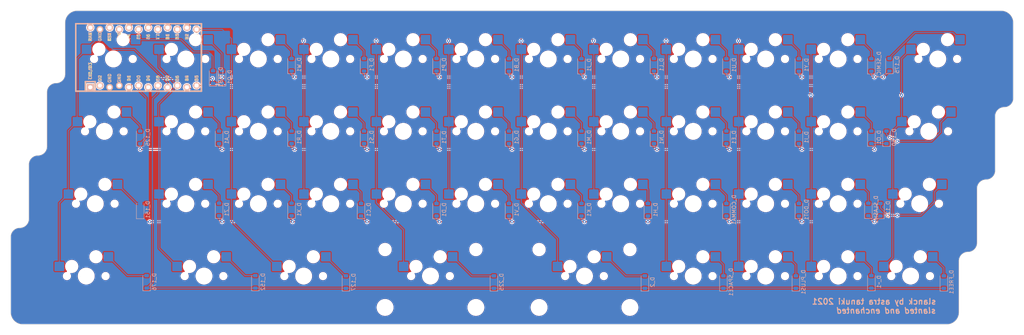
<source format=kicad_pcb>
(kicad_pcb (version 20221018) (generator pcbnew)
  (layers (0 "F.Cu" signal) (31 "B.Cu" signal) (34 "B.Paste" user) (35 "F.Paste" user) (36 "B.SilkS" user "B.Silkscreen") (37 "F.SilkS" user "F.Silkscreen") (38 "B.Mask" user) (39 "F.Mask" user) (44 "Edge.Cuts" user))
  (net 0 "")
  (net 1 "GND")
  (net 2 "Net-(D_2-A)")
  (net 3 "Net-(D_125-A)")
  (net 4 "Net-(D_126-A)")
  (net 5 "Net-(D_127-A)")
  (net 6 "Net-(D_150-A)")
  (net 7 "row3")
  (net 8 "row1")
  (net 9 "row2")
  (net 10 "row0")
  (net 11 "Net-(D_151-A)")
  (net 12 "col6")
  (net 13 "col0")
  (net 14 "col11")
  (net 15 "col2")
  (net 16 "col1")
  (net 17 "col4")
  (net 18 "col5")
  (net 19 "col3")
  (net 20 "col8")
  (net 21 "col9")
  (net 22 "col7")
  (net 23 "col10")
  (net 24 "Net-(D_152-A)")
  (net 25 "Net-(D_175-A)")
  (net 26 "Net-(D_176-A)")
  (net 27 "Net-(D_225-A)")
  (net 28 "Net-(D_A1-A)")
  (net 29 "Net-(D_B1-A)")
  (net 30 "Net-(D_C1-A)")
  (net 31 "Net-(D_COMMA1-A)")
  (net 32 "Net-(D_D1-A)")
  (net 33 "Net-(D_DOT1-A)")
  (net 34 "Net-(D_E1-A)")
  (net 35 "Net-(D_F1-A)")
  (net 36 "Net-(D_FREE1-A)")
  (net 37 "Net-(D_G1-A)")
  (net 38 "Net-(D_H1-A)")
  (net 39 "Net-(D_I1-A)")
  (net 40 "Net-(D_J1-A)")
  (net 41 "Net-(D_K1-A)")
  (net 42 "Net-(D_L1-A)")
  (net 43 "Net-(D_M1-A)")
  (net 44 "Net-(D_N1-A)")
  (net 45 "Net-(D_O1-A)")
  (net 46 "Net-(D_P1-A)")
  (net 47 "Net-(D_PLUS1-A)")
  (net 48 "Net-(D_Q1-A)")
  (net 49 "Net-(D_R1-A)")
  (net 50 "Net-(D_S1-A)")
  (net 51 "Net-(D_SEMIC1-A)")
  (net 52 "Net-(D_SLASH1-A)")
  (net 53 "Net-(D_SPACE1-A)")
  (net 54 "Net-(D_T1-A)")
  (net 55 "Net-(D_TAB1-A)")
  (net 56 "Net-(D_U1-A)")
  (net 57 "Net-(D_V1-A)")
  (net 58 "Net-(D_W1-A)")
  (net 59 "Net-(D_X1-A)")
  (net 60 "Net-(D_Y1-A)")
  (net 61 "Net-(D_Z1-A)")
  (net 62 "Net-(D_~1-A)")
  (footprint "MX_Hotswap:MX-Hotswap-2U" (layer "F.Cu") (at 177.6378 95.4074)
    (fp_text reference "K_2")
    (fp_text value "KEYSW")
  )
  (footprint "MX_Hotswap:MX-Hotswap-1.25U" (layer "F.Cu") (at 51.43155 57.3074)
    (fp_text reference "K_125")
    (fp_text value "KEYSW")
  )
  (footprint "MX_Hotswap:MX-Hotswap-1.25U" (layer "F.Cu") (at 265.74405 76.3574)
    (fp_text reference "K_126")
    (fp_text value "KEYSW")
  )
  (footprint "MX_Hotswap:MX-Hotswap-1.25U" (layer "F.Cu") (at 103.81905 95.4074)
    (fp_text reference "K_127")
    (fp_text value "KEYSW")
  )
  (footprint "MX_Hotswap:MX-Hotswap-1.5U" (layer "F.Cu") (at 268.1253 57.3074)
    (fp_text reference "K_150")
    (fp_text value "KEYSW")
  )
  (footprint "MX_Hotswap:MX-Hotswap-1.5U" (layer "F.Cu") (at 49.0503 76.3574)
    (fp_text reference "K_151")
    (fp_text value "KEYSW")
  )
  (footprint "MX_Hotswap:MX-Hotswap-1.5U" (layer "F.Cu") (at 77.6253 95.4074)
    (fp_text reference "K_152")
    (fp_text value "KEYSW")
  )
  (footprint "MX_Hotswap:MX-Hotswap-1.75U" (layer "F.Cu") (at 270.50655 38.2574)
    (fp_text reference "K_175")
    (fp_text value "KEYSW")
  )
  (footprint "MX_Hotswap:MX-Hotswap-1.75U" (layer "F.Cu") (at 46.66905 95.4074)
    (fp_text reference "K_176")
    (fp_text value "KEYSW")
  )
  (footprint "MX_Hotswap:MX-Hotswap-2.25U" (layer "F.Cu") (at 137.15655 95.4074)
    (fp_text reference "K_225")
    (fp_text value "KEYSW")
  )
  (footprint "MX_Hotswap:MX-Hotswap-1U" (layer "F.Cu") (at 72.8628 57.3074)
    (fp_text reference "K_A1")
    (fp_text value "KEYSW")
  )
  (footprint "MX_Hotswap:MX-Hotswap-1U" (layer "F.Cu") (at 149.0628 38.2574)
    (fp_text reference "K_B1")
    (fp_text value "KEYSW")
  )
  (footprint "MX_Hotswap:MX-Hotswap-1U" (layer "F.Cu") (at 110.9628 76.3574)
    (fp_text reference "K_C1")
    (fp_text value "KEYSW")
  )
  (footprint "MX_Hotswap:MX-Hotswap-1U" (layer "F.Cu") (at 206.2128 76.3574)
    (fp_text reference "K_COMMA1")
    (fp_text value "KEYSW")
  )
  (footprint "MX_Hotswap:MX-Hotswap-1U" (layer "F.Cu") (at 130.0128 76.3574)
    (fp_text reference "K_D1")
    (fp_text value "KEYSW")
  )
  (footprint "MX_Hotswap:MX-Hotswap-1U" (layer "F.Cu") (at 225.2628 76.3574)
    (fp_text reference "K_DOT1")
    (fp_text value "KEYSW")
  )
  (footprint "MX_Hotswap:MX-Hotswap-1U" (layer "F.Cu") (at 206.2128 57.3074)
    (fp_text reference "K_E1")
    (fp_text value "KEYSW")
  )
  (footprint "MX_Hotswap:MX-Hotswap-1U" (layer "F.Cu") (at 110.9628 38.2574)
    (fp_text reference "K_F1")
    (fp_text value "KEYSW")
  )
  (footprint "MX_Hotswap:MX-Hotswap-1U" (layer "F.Cu") (at 263.3628 95.4074)
    (fp_text reference "K_FREE1")
    (fp_text value "KEYSW")
  )
  (footprint "MX_Hotswap:MX-Hotswap-1U" (layer "F.Cu") (at 149.0628 57.3074)
    (fp_text reference "K_G1")
    (fp_text value "KEYSW")
  )
  (footprint "MX_Hotswap:MX-Hotswap-1U" (layer "F.Cu") (at 187.1628 76.3574)
    (fp_text reference "K_H1")
    (fp_text value "KEYSW")
  )
  (footprint "MX_Hotswap:MX-Hotswap-1U" (layer "F.Cu") (at 225.2628 57.3074)
    (fp_text reference "K_I1")
    (fp_text value "KEYSW")
  )
  (footprint "MX_Hotswap:MX-Hotswap-1U" (layer "F.Cu") (at 168.1128 38.2574)
    (fp_text reference "K_J1")
    (fp_text value "KEYSW")
  )
  (footprint "MX_Hotswap:MX-Hotswap-1U" (layer "F.Cu") (at 168.1128 76.3574)
    (fp_text reference "K_K1")
    (fp_text value "KEYSW")
  )
  (footprint "MX_Hotswap:MX-Hotswap-1U" (layer "F.Cu") (at 187.1628 38.2574)
    (fp_text reference "K_L1")
    (fp_text value "KEYSW")
  )
  (footprint "MX_Hotswap:MX-Hotswap-1U" (layer "F.Cu") (at 168.1128 57.3074)
    (fp_text reference "K_M1")
    (fp_text value "KEYSW")
  )
  (footprint "MX_Hotswap:MX-Hotswap-1U" (layer "F.Cu") (at 187.1628 57.3074)
    (fp_text reference "K_N1")
    (fp_text value "KEYSW")
  )
  (footprint "MX_Hotswap:MX-Hotswap-1U" (layer "F.Cu") (at 244.3128 57.3074)
    (fp_text reference "K_O1")
    (fp_text value "KEYSW")
  )
  (footprint "MX_Hotswap:MX-Hotswap-1U" (layer "F.Cu") (at 130.0128 38.2574)
    (fp_text reference "K_P1")
    (fp_text value "KEYSW")
  )
  (footprint "MX_Hotswap:MX-Hotswap-1U" (layer "F.Cu") (at 225.2628 95.4074)
    (fp_text reference "K_PLUS1")
    (fp_text value "KEYSW")
  )
  (footprint "MX_Hotswap:MX-Hotswap-1U" (layer "F.Cu") (at 72.8628 38.2574)
    (fp_text reference "K_Q1")
    (fp_text value "KEYSW")
  )
  (footprint "MX_Hotswap:MX-Hotswap-1U" (layer "F.Cu") (at 91.9128 57.3074)
    (fp_text reference "K_R1")
    (fp_text value "KEYSW")
  )
  (footprint "MX_Hotswap:MX-Hotswap-1U" (layer "F.Cu") (at 110.9628 57.3074)
    (fp_text reference "K_S1")
    (fp_text value "KEYSW")
  )
  (footprint "MX_Hotswap:MX-Hotswap-1U" (layer "F.Cu") (at 244.3128 38.2574)
    (fp_text reference "K_SEMIC1")
    (fp_text value "KEYSW")
  )
  (footprint "MX_Hotswap:MX-Hotswap-1U" (layer "F.Cu") (at 244.3128 76.3574)
    (fp_text reference "K_SLASH1")
    (fp_text value "KEYSW")
  )
  (footprint "MX_Hotswap:MX-Hotswap-1U" (layer "F.Cu") (at 206.2128 95.4074)
    (fp_text reference "K_SPACE1")
    (fp_text value "KEYSW")
  )
  (footprint "MX_Hotswap:MX-Hotswap-1U" (layer "F.Cu") (at 130.0128 57.3074)
    (fp_text reference "K_T1")
    (fp_text value "KEYSW")
  )
  (footprint "MX_Hotswap:MX-Hotswap-1U" (layer "F.Cu") (at 53.8128 38.2574)
    (fp_text reference "K_TAB1")
    (fp_text value "KEYSW")
  )
  (footprint "MX_Hotswap:MX-Hotswap-1U" (layer "F.Cu") (at 206.2128 38.2574)
    (fp_text reference "K_U1")
    (fp_text value "KEYSW")
  )
  (footprint "MX_Hotswap:MX-Hotswap-1U" (layer "F.Cu") (at 149.0628 76.3574)
    (fp_text reference "K_V1")
    (fp_text value "KEYSW")
  )
  (footprint "MX_Hotswap:MX-Hotswap-1U" (layer "F.Cu") (at 91.9128 38.2574)
    (fp_text reference "K_W1")
    (fp_text value "KEYSW")
  )
  (footprint "MX_Hotswap:MX-Hotswap-1U" (layer "F.Cu") (at 91.9128 76.3574)
    (fp_text reference "K_X1")
    (fp_text value "KEYSW")
  )
  (footprint "MX_Hotswap:MX-Hotswap-1U" (layer "F.Cu") (at 225.2628 38.2574)
    (fp_text reference "K_Y1")
    (fp_text value "KEYSW")
  )
  (footprint "MX_Hotswap:MX-Hotswap-1U" (layer "F.Cu") (at 72.8628 76.3574)
    (fp_text reference "K_Z1")
    (fp_text value "KEYSW")
  )
  (footprint "Keebio-Parts:ArduinoProMicro-ZigZag" (layer "F.Cu") (at 61.70405 37.856)
    (fp_text reference "U1" hide)
    (fp_text value "ProMicro" hide)
  )
  (footprint "MX_Hotswap:MX-Hotswap-1U" (layer "F.Cu") (at 244.3128 95.4074)
    (fp_text reference "K_~1")
    (fp_text value "KEYSW")
  )
  (footprint "Diode_SMD:D_SOD-123" (layer "B.Cu") (at 193.5128 96.9949 90)
    (fp_text reference "D_2")
    (fp_text value "1N4148W")
  )
  (footprint "Diode_SMD:D_SOD-123" (layer "B.Cu") (at 60.8628 58.8949 90)
    (fp_text reference "D_125")
    (fp_text value "1N4148W")
  )
  (footprint "Diode_SMD:D_SOD-123" (layer "B.Cu") (at 255.4253 77.9449 90)
    (fp_text reference "D_126")
    (fp_text value "1N4148W")
  )
  (footprint "Diode_SMD:D_SOD-123" (layer "B.Cu") (at 114.93155 96.9949 90)
    (fp_text reference "D_127")
    (fp_text value "1N4148W")
  )
  (footprint "Diode_SMD:D_SOD-123" (layer "B.Cu") (at 257.0128 58.8949 90)
    (fp_text reference "D_150")
    (fp_text value "1N4148W")
  )
  (footprint "Diode_SMD:D_SOD-123" (layer "B.Cu") (at 60.8628 77.9449 90)
    (fp_text reference "D_151")
    (fp_text value "1N4148W")
  )
  (footprint "Diode_SMD:D_SOD-123" (layer "B.Cu") (at 91.11905 96.9324 90)
    (fp_text reference "D_152")
    (fp_text value "1N4148W")
  )
  (footprint "Diode_SMD:D_SOD-123" (layer "B.Cu") (at 257.80655 39.7824 90)
    (fp_text reference "D_175")
    (fp_text value "1N4148W")
  )
  (footprint "Diode_SMD:D_SOD-123" (layer "B.Cu") (at 62.54405 96.9324 90)
    (fp_text reference "D_176")
    (fp_text value "1N4148W")
  )
  (footprint "Diode_SMD:D_SOD-123" (layer "B.Cu") (at 153.8253 96.9949 90)
    (fp_text reference "D_225")
    (fp_text value "1N4148W")
  )
  (footprint "Diode_SMD:D_SOD-123" (layer "B.Cu") (at 81.59405 58.8949 90)
    (fp_text reference "D_A1")
    (fp_text value "1N4148W")
  )
  (footprint "Diode_SMD:D_SOD-123" (layer "B.Cu") (at 157.79405 39.8449 90)
    (fp_text reference "D_B1")
    (fp_text value "1N4148W")
  )
  (footprint "Diode_SMD:D_SOD-123" (layer "B.Cu") (at 118.9003 77.9449 90)
    (fp_text reference "D_C1")
    (fp_text value "1N4148W")
  )
  (footprint "Diode_SMD:D_SOD-123" (layer "B.Cu") (at 214.94405 77.9449 90)
    (fp_text reference "D_COMMA1")
    (fp_text value "1N4148W")
  )
  (footprint "Diode_SMD:D_SOD-123" (layer "B.Cu") (at 138.74405 77.9449 90)
    (fp_text reference "D_D1")
    (fp_text value "1N4148W")
  )
  (footprint "Diode_SMD:D_SOD-123" (layer "B.Cu") (at 233.99405 77.9449 90)
    (fp_text reference "D_DOT1")
    (fp_text value "1N4148W")
  )
  (footprint "Diode_SMD:D_SOD-123" (layer "B.Cu") (at 214.94405 58.8949 90)
    (fp_text reference "D_E1")
    (fp_text value "1N4148W")
  )
  (footprint "Diode_SMD:D_SOD-123" (layer "B.Cu") (at 119.69405 39.7824 90)
    (fp_text reference "D_F1")
    (fp_text value "1N4148W")
  )
  (footprint "Diode_SMD:D_SOD-123" (layer "B.Cu") (at 272.09405 96.9949 90)
    (fp_text reference "D_FREE1")
    (fp_text value "1N4148W")
  )
  (footprint "Diode_SMD:D_SOD-123" (layer "B.Cu") (at 157.79405 58.8949 90)
    (fp_text reference "D_G1")
    (fp_text value "1N4148W")
  )
  (footprint "Diode_SMD:D_SOD-123" (layer "B.Cu") (at 194.30655 77.9449 90)
    (fp_text reference "D_H1")
    (fp_text value "1N4148W")
  )
  (footprint "Diode_SMD:D_SOD-123" (layer "B.Cu") (at 233.99405 58.8949 90)
    (fp_text reference "D_I1")
    (fp_text value "1N4148W")
  )
  (footprint "Diode_SMD:D_SOD-123" (layer "B.Cu") (at 176.84405 39.8449 90)
    (fp_text reference "D_J1")
    (fp_text value "1N4148W")
  )
  (footprint "Diode_SMD:D_SOD-123" (layer "B.Cu") (at 176.84405 77.9449 90)
    (fp_text reference "D_K1")
    (fp_text value "1N4148W")
  )
  (footprint "Diode_SMD:D_SOD-123" (layer "B.Cu") (at 195.89405 39.7824 90)
    (fp_text reference "D_L1")
    (fp_text value "1N4148W")
  )
  (footprint "Diode_SMD:D_SOD-123" (layer "B.Cu") (at 176.84405 58.8949 90)
    (fp_text reference "D_M1")
    (fp_text value "1N4148W")
  )
  (footprint "Diode_SMD:D_SOD-123" (layer "B.Cu") (at 195.89405 58.8949 90)
    (fp_text reference "D_N1")
    (fp_text value "1N4148W")
  )
  (footprint "Diode_SMD:D_SOD-123" (layer "B.Cu") (at 253.04405 58.8949 90)
    (fp_text reference "D_O1")
    (fp_text value "1N4148W")
  )
  (footprint "Diode_SMD:D_SOD-123" (layer "B.Cu") (at 138.74405 39.7824 90)
    (fp_text reference "D_P1")
    (fp_text value "1N4148W")
  )
  (footprint "Diode_SMD:D_SOD-123" (layer "B.Cu") (at 233.2003 96.9949 90)
    (fp_text reference "D_PLUS1")
    (fp_text value "1N4148W")
  )
  (footprint "Diode_SMD:D_SOD-123" (layer "B.Cu") (at 82.3878 43.0199 90)
    (fp_text reference "D_Q1")
    (fp_text value "1N4148W")
  )
  (footprint "Diode_SMD:D_SOD-123" (layer "B.Cu") (at 100.64405 58.8949 90)
    (fp_text reference "D_R1")
    (fp_text value "1N4148W")
  )
  (footprint "Diode_SMD:D_SOD-123" (layer "B.Cu") (at 119.69405 58.8949 90)
    (fp_text reference "D_S1")
    (fp_text value "1N4148W")
  )
  (footprint "Diode_SMD:D_SOD-123" (layer "B.Cu") (at 253.04405 39.8449 90)
    (fp_text reference "D_SEMIC1")
    (fp_text value "1N4148W")
  )
  (footprint "Diode_SMD:D_SOD-123" (layer "B.Cu") (at 252.2503 77.8824 90)
    (fp_text reference "D_SLASH1")
    (fp_text value "1N4148W")
  )
  (footprint "Diode_SMD:D_SOD-123" (layer "B.Cu") (at 214.1503 96.9949 90)
    (fp_text reference "D_SPACE1")
    (fp_text value "1N4148W")
  )
  (footprint "Diode_SMD:D_SOD-123" (layer "B.Cu") (at 138.74405 58.8949 90)
    (fp_text reference "D_T1")
    (fp_text value "1N4148W")
  )
  (footprint "Diode_SMD:D_SOD-123" (layer "B.Cu") (at 80.00655 43.0199 90)
    (fp_text reference "D_TAB1")
    (fp_text value "1N4148W")
  )
  (footprint "Diode_SMD:D_SOD-123" (layer "B.Cu") (at 214.94405 39.8449 90)
    (fp_text reference "D_U1")
    (fp_text value "1N4148W")
  )
  (footprint "Diode_SMD:D_SOD-123" (layer "B.Cu") (at 157.79405 77.9449 90)
    (fp_text reference "D_V1")
    (fp_text value "1N4148W")
  )
  (footprint "Diode_SMD:D_SOD-123" (layer "B.Cu") (at 100.64405 39.7824 90)
    (fp_text reference "D_W1")
    (fp_text value "1N4148W")
  )
  (footprint "Diode_SMD:D_SOD-123" (layer "B.Cu") (at 100.64405 77.8824 90)
    (fp_text reference "D_X1")
    (fp_text value "1N4148W")
  )
  (footprint "Diode_SMD:D_SOD-123" (layer "B.Cu") (at 233.99405 39.8449 90)
    (fp_text reference "D_Y1")
    (fp_text value "1N4148W")
  )
  (footprint "Diode_SMD:D_SOD-123" (layer "B.Cu") (at 81.59405 77.8824 90)
    (fp_text reference "D_Z1")
    (fp_text value "1N4148W")
  )
  (footprint "Diode_SMD:D_SOD-123" (layer "B.Cu") (at 253.04405 96.9324 90)
    (fp_text reference "D_~1")
    (fp_text value "1N4148W")
  )
  (gr_line (start 287.1753 25.5574) (end 284.0003 25.5574) (stroke (width 0.1)) (layer "Edge.Cuts"))
  (gr_arc (start 290.3503 48.57615) (mid 289.652848 50.259948) (end 287.96905 50.9574) (stroke (width 0.1)) (layer "Edge.Cuts"))
  (gr_arc (start 280.8253 86.67615) (mid 280.127848 88.359948) (end 278.44405 89.0574) (stroke (width 0.1)) (layer "Edge.Cuts"))
  (gr_line (start 44.2878 25.5574) (end 284.0003 25.5574) (stroke (width 0.1)) (layer "Edge.Cuts"))
  (gr_line (start 276.0628 91.43865) (end 276.0628 104.9324) (stroke (width 0.1)) (layer "Edge.Cuts"))
  (gr_arc (start 41.1128 42.22615) (mid 40.415348 43.909948) (end 38.73155 44.6074) (stroke (width 0.1)) (layer "Edge.Cuts"))
  (gr_line (start 41.1128 42.22615) (end 41.1128 28.7324) (stroke (width 0.1)) (layer "Edge.Cuts"))
  (gr_line (start 36.3503 46.98865) (end 36.3503 61.27615) (stroke (width 0.1)) (layer "Edge.Cuts"))
  (gr_line (start 31.5878 66.03865) (end 31.5878 80.32615) (stroke (width 0.1)) (layer "Edge.Cuts"))
  (gr_line (start 272.8878 108.1074) (end 30.0003 108.1074) (stroke (width 0.1)) (layer "Edge.Cuts"))
  (gr_arc (start 30.0003 108.1074) (mid 27.755236 107.177464) (end 26.8253 104.9324) (stroke (width 0.1)) (layer "Edge.Cuts"))
  (gr_line (start 26.8253 85.08865) (end 26.8253 104.9324) (stroke (width 0.1)) (layer "Edge.Cuts"))
  (gr_line (start 290.3503 48.57615) (end 290.3503 28.7324) (stroke (width 0.1)) (layer "Edge.Cuts"))
  (gr_arc (start 36.3503 46.98865) (mid 37.047752 45.304852) (end 38.73155 44.6074) (stroke (width 0.1)) (layer "Edge.Cuts"))
  (gr_arc (start 31.5878 66.03865) (mid 32.285252 64.354852) (end 33.96905 63.6574) (stroke (width 0.1)) (layer "Edge.Cuts"))
  (gr_arc (start 26.8253 85.08865) (mid 27.522752 83.404852) (end 29.20655 82.7074) (stroke (width 0.1)) (layer "Edge.Cuts"))
  (gr_arc (start 285.5878 53.33865) (mid 286.285252 51.654852) (end 287.96905 50.9574) (stroke (width 0.1)) (layer "Edge.Cuts"))
  (gr_arc (start 276.0628 104.9324) (mid 275.132864 107.177464) (end 272.8878 108.1074) (stroke (width 0.1)) (layer "Edge.Cuts"))
  (gr_arc (start 36.3503 61.27615) (mid 35.652848 62.959948) (end 33.96905 63.6574) (stroke (width 0.1)) (layer "Edge.Cuts"))
  (gr_line (start 280.8253 86.67615) (end 280.8253 72.38865) (stroke (width 0.1)) (layer "Edge.Cuts"))
  (gr_arc (start 285.5878 67.62615) (mid 284.890348 69.309948) (end 283.20655 70.0074) (stroke (width 0.1)) (layer "Edge.Cuts"))
  (gr_arc (start 41.1128 28.7324) (mid 42.042736 26.487336) (end 44.2878 25.5574) (stroke (width 0.1)) (layer "Edge.Cuts"))
  (gr_arc (start 287.1753 25.5574) (mid 289.420364 26.487336) (end 290.3503 28.7324) (stroke (width 0.1)) (layer "Edge.Cuts"))
  (gr_arc (start 31.5878 80.32615) (mid 30.890348 82.009948) (end 29.20655 82.7074) (stroke (width 0.1)) (layer "Edge.Cuts"))
  (gr_line (start 285.5878 67.62615) (end 285.5878 53.33865) (stroke (width 0.1)) (layer "Edge.Cuts"))
  (gr_arc (start 276.0628 91.43865) (mid 276.760252 89.754852) (end 278.44405 89.0574) (stroke (width 0.1)) (layer "Edge.Cuts"))
  (gr_arc (start 280.8253 72.38865) (mid 281.522752 70.704852) (end 283.20655 70.0074) (stroke (width 0.1)) (layer "Edge.Cuts"))
  (gr_text "slanck by astra tanuki 2021" (at 270.2 102.1188) (layer "B.SilkS") (effects (font (size 1.5 1.5) (thickness 0.3)) (justify left mirror)))
  (gr_text "slanted and enchanted" (at 270.2 104.5) (layer "B.SilkS") (effects (font (size 1.5 1.5) (thickness 0.3) italic) (justify left mirror)))
  (segment (start 188.4973 95.3449) (end 183.4798 90.3274) (width 0.25) (layer "B.Cu") (net 2))
  (segment (start 193.5128 95.3449) (end 188.4973 95.3449) (width 0.25) (layer "B.Cu") (net 2))
  (segment (start 60.8628 55.81665) (end 57.27355 52.2274) (width 0.25) (layer "B.Cu") (net 3))
  (segment (start 60.8628 57.2449) (end 60.8628 55.81665) (width 0.25) (layer "B.Cu") (net 3))
  (segment (start 257.3628 79.4074) (end 259.8628 79.4074) (width 0.25) (layer "F.Cu") (net 4))
  (via (at 257.3628 79.4074) (size 0.8) (drill 0.4) (layers "F.Cu" "B.Cu") (net 4))
  (via (at 259.8628 79.4074) (size 0.8) (drill 0.4) (layers "F.Cu" "B.Cu") (net 4))
  (segment (start 259.8628 79.4074) (end 266.044181 79.4074) (width 0.25) (layer "B.Cu") (net 4))
  (segment (start 255.4253 77.4699) (end 257.3628 79.4074) (width 0.25) (layer "B.Cu") (net 4))
  (segment (start 269.59815 75.853431) (end 269.59815 73.2653) (width 0.25) (layer "B.Cu") (net 4))
  (segment (start 269.59815 73.2653) (end 271.58605 71.2774) (width 0.25) (layer "B.Cu") (net 4))
  (segment (start 266.044181 79.4074) (end 269.59815 75.853431) (width 0.25) (layer "B.Cu") (net 4))
  (segment (start 255.4253 76.2949) (end 255.4253 77.4699) (width 0.25) (layer "B.Cu") (net 4))
  (segment (start 114.67855 95.3449) (end 109.66105 90.3274) (width 0.25) (layer "B.Cu") (net 5))
  (segment (start 114.93155 95.3449) (end 114.67855 95.3449) (width 0.25) (layer "B.Cu") (net 5))
  (segment (start 257.8628 58.9074) (end 258.8628 58.9074) (width 0.25) (layer "F.Cu") (net 6))
  (segment (start 258.8628 58.9074) (end 259.8628 59.9074) (width 0.25) (layer "F.Cu") (net 6))
  (via (at 259.8628 59.9074) (size 0.8) (drill 0.4) (layers "F.Cu" "B.Cu") (net 6))
  (via (at 257.8628 58.9074) (size 0.8) (drill 0.4) (layers "F.Cu" "B.Cu") (net 6))
  (segment (start 268.875431 59.9074) (end 271.2562 57.526631) (width 0.25) (layer "B.Cu") (net 6))
  (segment (start 257.0128 57.2449) (end 257.0128 58.0574) (width 0.25) (layer "B.Cu") (net 6))
  (segment (start 257.0128 58.0574) (end 257.8628 58.9074) (width 0.25) (layer "B.Cu") (net 6))
  (segment (start 259.8628 59.9074) (end 268.875431 59.9074) (width 0.25) (layer "B.Cu") (net 6))
  (segment (start 271.2562 54.9385) (end 273.9673 52.2274) (width 0.25) (layer "B.Cu") (net 6))
  (segment (start 271.2562 57.526631) (end 271.2562 54.9385) (width 0.25) (layer "B.Cu") (net 6))
  (segment (start 64.0628 48.7074) (end 65.51405 47.25615) (width 0.25) (layer "B.Cu") (net 7))
  (segment (start 62.54405 98.5824) (end 91.11905 98.5824) (width 0.25) (layer "B.Cu") (net 7))
  (segment (start 253.04405 98.5824) (end 253.10655 98.6449) (width 0.25) (layer "B.Cu") (net 7))
  (segment (start 253.10655 98.6449) (end 272.09405 98.6449) (width 0.25) (layer "B.Cu") (net 7))
  (segment (start 62.54405 98.5824) (end 64.0628 97.06365) (width 0.25) (layer "B.Cu") (net 7))
  (segment (start 64.0628 97.06365) (end 64.0628 48.7074) (width 0.25) (layer "B.Cu") (net 7))
  (segment (start 65.51405 47.25615) (end 65.51405 45.2474) (width 0.25) (layer "B.Cu") (net 7))
  (segment (start 62.54405 98.5824) (end 253.04405 98.5824) (width 0.25) (layer "B.Cu") (net 7))
  (segment (start 60.8628 62.0699) (end 249.0753 62.0699) (width 0.25) (layer "F.Cu") (net 8))
  (segment (start 249.0753 62.0699) (end 253.8378 62.0699) (width 0.25) (layer "F.Cu") (net 8))
  (via (at 253.8378 62.0699) (size 0.8) (drill 0.4) (layers "F.Cu" "B.Cu") (net 8))
  (via (at 82.3878 62.0699) (size 0.8) (drill 0.4) (layers "F.Cu" "B.Cu") (net 8))
  (via (at 101.4378 62.0699) (size 0.8) (drill 0.4) (layers "F.Cu" "B.Cu") (net 8))
  (via (at 196.6878 62.0699) (size 0.8) (drill 0.4) (layers "F.Cu" "B.Cu") (net 8))
  (via (at 120.4878 62.0699) (size 0.8) (drill 0.4) (layers "F.Cu" "B.Cu") (net 8))
  (via (at 60.8628 62.0699) (size 0.8) (drill 0.4) (layers "F.Cu" "B.Cu") (net 8))
  (via (at 215.7378 62.0699) (size 0.8) (drill 0.4) (layers "F.Cu" "B.Cu") (net 8))
  (via (at 177.6378 62.0699) (size 0.8) (drill 0.4) (layers "F.Cu" "B.Cu") (net 8))
  (via (at 234.7878 62.0699) (size 0.8) (drill 0.4) (layers "F.Cu" "B.Cu") (net 8))
  (via (at 158.5878 62.0699) (size 0.8) (drill 0.4) (layers "F.Cu" "B.Cu") (net 8))
  (via (at 139.5378 62.0699) (size 0.8) (drill 0.4) (layers "F.Cu" "B.Cu") (net 8))
  (segment (start 157.79405 61.27615) (end 158.5878 62.0699) (width 0.25) (layer "B.Cu") (net 8))
  (segment (start 176.84405 61.27615) (end 177.6378 62.0699) (width 0.25) (layer "B.Cu") (net 8))
  (segment (start 253.04405 60.5449) (end 257.0128 60.5449) (width 0.25) (layer "B.Cu") (net 8))
  (segment (start 60.43405 46.47865) (end 60.43405 45.2474) (width 0.25) (layer "B.Cu") (net 8))
  (segment (start 81.59405 61.27615) (end 82.3878 62.0699) (width 0.25) (layer "B.Cu") (net 8))
  (segment (start 214.94405 60.5449) (end 214.94405 61.27615) (width 0.25) (layer "B.Cu") (net 8))
  (segment (start 253.8378 62.0699) (end 253.8378 61.33865) (width 0.25) (layer "B.Cu") (net 8))
  (segment (start 233.99405 60.5449) (end 233.99405 61.27615) (width 0.25) (layer "B.Cu") (net 8))
  (segment (start 138.74405 61.27615) (end 139.5378 62.0699) (width 0.25) (layer "B.Cu") (net 8))
  (segment (start 157.79405 60.5449) (end 157.79405 61.27615) (width 0.25) (layer "B.Cu") (net 8))
  (segment (start 119.69405 61.27615) (end 120.4878 62.0699) (width 0.25) (layer "B.Cu") (net 8))
  (segment (start 100.64405 60.5449) (end 100.64405 61.27615) (width 0.25) (layer "B.Cu") (net 8))
  (segment (start 62.3628 59.0449) (end 62.3628 48.4074) (width 0.25) (layer "B.Cu") (net 8))
  (segment (start 138.74405 60.5449) (end 138.74405 61.27615) (width 0.25) (layer "B.Cu") (net 8))
  (segment (start 253.8378 61.33865) (end 253.04405 60.5449) (width 0.25) (layer "B.Cu") (net 8))
  (segment (start 214.94405 61.27615) (end 215.7378 62.0699) (width 0.25) (layer "B.Cu") (net 8))
  (segment (start 176.84405 60.5449) (end 176.84405 61.27615) (width 0.25) (layer "B.Cu") (net 8))
  (segment (start 119.69405 60.5449) (end 119.69405 61.27615) (width 0.25) (layer "B.Cu") (net 8))
  (segment (start 195.89405 61.27615) (end 196.6878 62.0699) (width 0.25) (layer "B.Cu") (net 8))
  (segment (start 195.89405 60.5449) (end 195.89405 61.27615) (width 0.25) (layer "B.Cu") (net 8))
  (segment (start 81.59405 60.5449) (end 81.59405 61.27615) (width 0.25) (layer "B.Cu") (net 8))
  (segment (start 60.8628 60.5449) (end 62.3628 59.0449) (width 0.25) (layer "B.Cu") (net 8))
  (segment (start 60.8628 62.0699) (end 60.8628 60.5449) (width 0.25) (layer "B.Cu") (net 8))
  (segment (start 100.64405 61.27615) (end 101.4378 62.0699) (width 0.25) (layer "B.Cu") (net 8))
  (segment (start 62.3628 48.4074) (end 60.43405 46.47865) (width 0.25) (layer "B.Cu") (net 8))
  (segment (start 233.99405 61.27615) (end 234.7878 62.0699) (width 0.25) (layer "B.Cu") (net 8))
  (segment (start 63.3378 81.1199) (end 253.8378 81.1199) (width 0.25) (layer "F.Cu") (net 9))
  (via (at 63.3378 81.1199) (size 0.8) (drill 0.4) (layers "F.Cu" "B.Cu") (net 9))
  (via (at 158.5878 81.1199) (size 0.8) (drill 0.4) (layers "F.Cu" "B.Cu") (net 9))
  (via (at 82.3878 81.1199) (size 0.8) (drill 0.4) (layers "F.Cu" "B.Cu") (net 9))
  (via (at 120.4878 81.1199) (size 0.8) (drill 0.4) (layers "F.Cu" "B.Cu") (net 9))
  (via (at 177.6378 81.1199) (size 0.8) (drill 0.4) (layers "F.Cu" "B.Cu") (net 9))
  (via (at 194.30655 81.1199) (size 0.8) (drill 0.4) (layers "F.Cu" "B.Cu") (net 9))
  (via (at 100.910111 81.128188) (size 0.8) (drill 0.4) (layers "F.Cu" "B.Cu") (net 9))
  (via (at 139.5378 81.1199) (size 0.8) (drill 0.4) (layers "F.Cu" "B.Cu") (net 9))
  (via (at 234.7878 81.1199) (size 0.8) (drill 0.4) (layers "F.Cu" "B.Cu") (net 9))
  (via (at 253.8378 81.1199) (size 0.8) (drill 0.4) (layers "F.Cu" "B.Cu") (net 9))
  (via (at 215.7378 81.1199) (size 0.8) (drill 0.4) (layers "F.Cu" "B.Cu") (net 9))
  (segment (start 233.99405 80.32615) (end 234.7878 81.1199) (width 0.25) (layer "B.Cu") (net 9))
  (segment (start 62.3878 81.1199) (end 60.8628 79.5949) (width 0.25) (layer "B.Cu") (net 9))
  (segment (start 214.94405 79.5949) (end 214.94405 80.32615) (width 0.25) (layer "B.Cu") (net 9))
  (segment (start 81.59405 80.32615) (end 82.3878 81.1199) (width 0.25) (layer "B.Cu") (net 9))
  (segment (start 63.3378 81.1199) (end 62.3878 81.1199) (width 0.25) (layer "B.Cu") (net 9))
  (segment (start 214.94405 80.32615) (end 215.7378 81.1199) (width 0.25) (layer "B.Cu") (net 9))
  (segment (start 194.30655 79.5949) (end 194.30655 81.1199) (width 0.25) (layer "B.Cu") (net 9))
  (segment (start 233.99405 79.5949) (end 233.99405 80.32615) (width 0.25) (layer "B.Cu") (net 9))
  (segment (start 100.64405 79.5324) (end 100.64405 80.862127) (width 0.25) (layer "B.Cu") (net 9))
  (segment (start 157.79405 80.32615) (end 158.5878 81.1199) (width 0.25) (layer "B.Cu") (net 9))
  (segment (start 138.74405 79.5949) (end 138.74405 80.32615) (width 0.25) (layer "B.Cu") (net 9))
  (segment (start 118.9003 79.5949) (end 118.9628 79.5949) (width 0.25) (layer "B.Cu") (net 9))
  (segment (start 157.79405 79.5949) (end 157.79405 80.32615) (width 0.25) (layer "B.Cu") (net 9))
  (segment (start 253.9003 81.1199) (end 255.4253 79.5949) (width 0.25) (layer "B.Cu") (net 9))
  (segment (start 253.8378 81.1199) (end 253.9003 81.1199) (width 0.25) (layer "B.Cu") (net 9))
  (segment (start 62.97405 77.48365) (end 62.97405 45.7046) (width 0.25) (layer "B.Cu") (net 9))
  (segment (start 60.8628 79.5949) (end 62.97405 77.48365) (width 0.25) (layer "B.Cu") (net 9))
  (segment (start 138.74405 80.32615) (end 139.5378 81.1199) (width 0.25) (layer "B.Cu") (net 9))
  (segment (start 252.2503 79.5324) (end 253.8378 81.1199) (width 0.25) (layer "B.Cu") (net 9))
  (segment (start 176.84405 79.5949) (end 176.84405 80.32615) (width 0.25) (layer "B.Cu") (net 9))
  (segment (start 118.9628 79.5949) (end 120.4878 81.1199) (width 0.25) (layer "B.Cu") (net 9))
  (segment (start 81.59405 79.5324) (end 81.59405 80.32615) (width 0.25) (layer "B.Cu") (net 9))
  (segment (start 100.64405 80.862127) (end 100.910111 81.128188) (width 0.25) (layer "B.Cu") (net 9))
  (segment (start 176.84405 80.32615) (end 177.6378 81.1199) (width 0.25) (layer "B.Cu") (net 9))
  (segment (start 60.19125 43.4074) (end 79.8628 43.4074) (width 0.25) (layer "F.Cu") (net 10))
  (segment (start 82.3878 43.0199) (end 256.21905 43.0199) (width 0.25) (layer "F.Cu") (net 10))
  (segment (start 57.89405 45.7046) (end 60.19125 43.4074) (width 0.25) (layer "F.Cu") (net 10))
  (via (at 120.4878 43.0199) (size 0.8) (drill 0.4) (layers "F.Cu" "B.Cu") (net 10))
  (via (at 101.4378 43.0199) (size 0.8) (drill 0.4) (layers "F.Cu" "B.Cu") (net 10))
  (via (at 139.5378 43.0199) (size 0.8) (drill 0.4) (layers "F.Cu" "B.Cu") (net 10))
  (via (at 158.5878 43.0199) (size 0.8) (drill 0.4) (layers "F.Cu" "B.Cu") (net 10))
  (via (at 177.6378 43.0199) (size 0.8) (drill 0.4) (layers "F.Cu" "B.Cu") (net 10))
  (via (at 234.7878 43.0199) (size 0.8) (drill 0.4) (layers "F.Cu" "B.Cu") (net 10))
  (via (at 256.21905 43.0199) (size 0.8) (drill 0.4) (layers "F.Cu" "B.Cu") (net 10))
  (via (at 253.8378 43.0199) (size 0.8) (drill 0.4) (layers "F.Cu" "B.Cu") (net 10))
  (via (at 82.3878 43.0199) (size 0.8) (drill 0.4) (layers "F.Cu" "B.Cu") (net 10))
  (via (at 196.6878 43.0199) (size 0.8) (drill 0.4) (layers "F.Cu" "B.Cu") (net 10))
  (via (at 215.7378 43.0199) (size 0.8) (drill 0.4) (layers "F.Cu" "B.Cu") (net 10))
  (via (at 79.8628 43.4074) (size 0.8) (drill 0.4) (layers "F.Cu" "B.Cu") (net 10))
  (segment (start 119.69405 41.4324) (end 119.69405 42.22615) (width 0.25) (layer "B.Cu") (net 10))
  (segment (start 79.8628 43.4074) (end 79.8628 44.52615) (width 0.25) (layer "B.Cu") (net 10))
  (segment (start 157.79405 42.22615) (end 158.5878 43.0199) (width 0.25) (layer "B.Cu") (net 10))
  (segment (start 253.04405 41.4949) (end 253.04405 42.22615) (width 0.25) (layer "B.Cu") (net 10))
  (segment (start 100.64405 41.4324) (end 100.64405 42.22615) (width 0.25) (layer "B.Cu") (net 10))
  (segment (start 253.04405 42.22615) (end 253.8378 43.0199) (width 0.25) (layer "B.Cu") (net 10))
  (segment (start 138.74405 41.4324) (end 138.74405 42.22615) (width 0.25) (layer "B.Cu") (net 10))
  (segment (start 214.94405 41.4949) (end 214.94405 42.22615) (width 0.25) (layer "B.Cu") (net 10))
  (segment (start 195.89405 42.22615) (end 196.6878 43.0199) (width 0.25) (layer "B.Cu") (net 10))
  (segment (start 214.94405 42.22615) (end 215.7378 43.0199) (width 0.25) (layer "B.Cu") (net 10))
  (segment (start 80.00655 44.6699) (end 82.3878 44.6699) (width 0.25) (layer "B.Cu") (net 10))
  (segment (start 119.69405 42.22615) (end 120.4878 43.0199) (width 0.25) (layer "B.Cu") (net 10))
  (segment (start 176.84405 42.22615) (end 177.6378 43.0199) (width 0.25) (layer "B.Cu") (net 10))
  (segment (start 79.8628 44.52615) (end 80.00655 44.6699) (width 0.25) (layer "B.Cu") (net 10))
  (segment (start 233.99405 42.22615) (end 234.7878 43.0199) (width 0.25) (layer "B.Cu") (net 10))
  (segment (start 195.89405 41.4324) (end 195.89405 42.22615) (width 0.25) (layer "B.Cu") (net 10))
  (segment (start 176.84405 41.4949) (end 176.84405 42.22615) (width 0.25) (layer "B.Cu") (net 10))
  (segment (start 82.3878 44.6699) (end 82.3878 43.0199) (width 0.25) (layer "B.Cu") (net 10))
  (segment (start 157.79405 41.4949) (end 157.79405 42.22615) (width 0.25) (layer "B.Cu") (net 10))
  (segment (start 138.74405 42.22615) (end 139.5378 43.0199) (width 0.25) (layer "B.Cu") (net 10))
  (segment (start 233.99405 41.4949) (end 233.99405 42.22615) (width 0.25) (layer "B.Cu") (net 10))
  (segment (start 100.64405 42.22615) (end 101.4378 43.0199) (width 0.25) (layer "B.Cu") (net 10))
  (segment (start 256.21905 43.0199) (end 257.80655 41.4324) (width 0.25) (layer "B.Cu") (net 10))
  (segment (start 59.9098 76.2949) (end 54.8923 71.2774) (width 0.25) (layer "B.Cu") (net 11))
  (segment (start 60.8628 76.2949) (end 59.9098 76.2949) (width 0.25) (layer "B.Cu") (net 11))
  (segment (start 68.072569 27.906081) (end 65.51405 30.4646) (width 0.25) (layer "F.Cu") (net 12))
  (segment (start 156.491481 27.906081) (end 68.072569 27.906081) (width 0.25) (layer "F.Cu") (net 12))
  (segment (start 156.491481 27.906081) (end 160.96905 32.38365) (width 0.25) (layer "F.Cu") (net 12))
  (segment (start 160.96905 32.38365) (end 160.96905 33.4949) (width 0.25) (layer "F.Cu") (net 12))
  (via (at 160.96905 33.4949) (size 0.8) (drill 0.4) (layers "F.Cu" "B.Cu") (net 12))
  (segment (start 160.96905 35.65865) (end 161.0278 35.7174) (width 0.25) (layer "B.Cu") (net 12))
  (segment (start 161.0278 73.8174) (end 161.0278 54.7674) (width 0.25) (layer "B.Cu") (net 12))
  (segment (start 161.0278 76.086084) (end 161.0278 73.8174) (width 0.25) (layer "B.Cu") (net 12))
  (segment (start 160.96905 33.4949) (end 160.96905 35.65865) (width 0.25) (layer "B.Cu") (net 12))
  (segment (start 161.0278 54.7674) (end 161.0278 35.7174) (width 0.25) (layer "B.Cu") (net 12))
  (segment (start 170.5528 85.611084) (end 161.0278 76.086084) (width 0.25) (layer "B.Cu") (net 12))
  (segment (start 170.5528 92.8674) (end 170.5528 85.611084) (width 0.25) (layer "B.Cu") (net 12))
  (segment (start 59.306125 35.7174) (end 68.05405 44.465325) (width 0.25) (layer "B.Cu") (net 13))
  (segment (start 44.2878 38.1574) (end 46.7278 35.7174) (width 0.25) (layer "B.Cu") (net 13))
  (segment (start 44.34655 54.7674) (end 44.2878 54.70865) (width 0.25) (layer "B.Cu") (net 13))
  (segment (start 46.7278 35.7174) (end 49.0378 33.4074) (width 0.25) (layer "B.Cu") (net 13))
  (segment (start 39.58405 76.19865) (end 41.9653 73.8174) (width 0.25) (layer "B.Cu") (net 13))
  (segment (start 44.2878 54.70865) (end 44.2878 38.1574) (width 0.25) (layer "B.Cu") (net 13))
  (segment (start 39.58405 92.8674) (end 39.58405 76.19865) (width 0.25) (layer "B.Cu") (net 13))
  (segment (start 51.3628 33.4074) (end 53.6728 35.7174) (width 0.25) (layer "B.Cu") (net 13))
  (segment (start 53.6728 35.7174) (end 59.306125 35.7174) (width 0.25) (layer "B.Cu") (net 13))
  (segment (start 49.0378 33.4074) (end 51.3628 33.4074) (width 0.25) (layer "B.Cu") (net 13))
  (segment (start 41.9653 57.14865) (end 44.34655 54.7674) (width 0.25) (layer "B.Cu") (net 13))
  (segment (start 41.9653 73.8174) (end 41.9653 57.14865) (width 0.25) (layer "B.Cu") (net 13))
  (segment (start 68.05405 44.465325) (end 68.05405 45.7046) (width 0.25) (layer "B.Cu") (net 13))
  (segment (start 75.67405 45.2474) (end 258.44655 45.2474) (width 0.25) (layer "F.Cu") (net 14))
  (segment (start 258.44655 45.2474) (end 260.98155 47.7824) (width 0.25) (layer "F.Cu") (net 14))
  (via (at 260.98155 47.7824) (size 0.8) (drill 0.4) (layers "F.Cu" "B.Cu") (net 14))
  (segment (start 258.65905 73.8174) (end 258.65905 57.14865) (width 0.25) (layer "B.Cu") (net 14))
  (segment (start 260.98155 54.70865) (end 261.0403 54.7674) (width 0.25) (layer "B.Cu") (net 14))
  (segment (start 260.98155 47.7824) (end 260.98155 54.70865) (width 0.25) (layer "B.Cu") (net 14))
  (segment (start 258.65905 73.8174) (end 258.65905 90.48615) (width 0.25) (layer "B.Cu") (net 14))
  (segment (start 258.65905 90.48615) (end 256.2778 92.8674) (width 0.25) (layer "B.Cu") (net 14))
  (segment (start 260.98155 38.1574) (end 263.42155 35.7174) (width 0.25) (layer "B.Cu") (net 14))
  (segment (start 258.65905 57.14865) (end 261.0403 54.7674) (width 0.25) (layer "B.Cu") (net 14))
  (segment (start 260.98155 47.7824) (end 260.98155 38.1574) (width 0.25) (layer "B.Cu") (net 14))
  (segment (start 82.42 30.4646) (end 75.67405 30.4646) (width 0.25) (layer "B.Cu") (net 15))
  (segment (start 84.8278 35.7174) (end 84.8278 32.8724) (width 0.25) (layer "B.Cu") (net 15))
  (segment (start 84.8278 73.8174) (end 84.8278 54.7674) (width 0.25) (layer "B.Cu") (net 15))
  (segment (start 84.8278 54.7674) (end 84.8278 35.7174) (width 0.25) (layer "B.Cu") (net 15))
  (segment (start 84.8278 80.96115) (end 84.8278 73.8174) (width 0.25) (layer "B.Cu") (net 15))
  (segment (start 96.73405 92.8674) (end 84.8278 80.96115) (width 0.25) (layer "B.Cu") (net 15))
  (segment (start 84.8278 32.8724) (end 82.42 30.4646) (width 0.25) (layer "B.Cu") (net 15))
  (segment (start 65.7778 35.7174) (end 65.7778 40.43115) (width 0.25) (layer "B.Cu") (net 16))
  (segment (start 65.7778 40.43115) (end 70.59405 45.2474) (width 0.25) (layer "B.Cu") (net 16))
  (segment (start 70.5403 92.8674) (end 65.7778 88.1049) (width 0.25) (layer "B.Cu") (net 16))
  (segment (start 65.71905 50.1224) (end 70.59405 45.2474) (width 0.25) (layer "B.Cu") (net 16))
  (segment (start 65.7778 88.1049) (end 65.7778 73.8174) (width 0.25) (layer "B.Cu") (net 16))
  (segment (start 65.71905 54.70865) (end 65.71905 50.1224) (width 0.25) (layer "B.Cu") (net 16))
  (segment (start 65.7778 54.7674) (end 65.71905 54.70865) (width 0.25) (layer "B.Cu") (net 16))
  (segment (start 65.7778 73.8174) (end 65.7778 54.7674) (width 0.25) (layer "B.Cu") (net 16))
  (segment (start 122.86905 32.38365) (end 122.86905 33.4949) (width 0.25) (layer "F.Cu") (net 17))
  (segment (start 119.291499 28.806099) (end 122.86905 32.38365) (width 0.25) (layer "F.Cu") (net 17))
  (segment (start 119.291499 28.806099) (end 72.252551 28.806099) (width 0.25) (layer "F.Cu") (net 17))
  (segment (start 72.252551 28.806099) (end 70.59405 30.4646) (width 0.25) (layer "F.Cu") (net 17))
  (via (at 122.86905 33.4949) (size 0.8) (drill 0.4) (layers "F.Cu" "B.Cu") (net 17))
  (segment (start 130.07155 92.8674) (end 130.07155 83.229834) (width 0.25) (layer "B.Cu") (net 17))
  (segment (start 122.86905 33.4949) (end 122.86905 35.65865) (width 0.25) (layer "B.Cu") (net 17))
  (segment (start 130.07155 83.229834) (end 122.9278 76.086084) (width 0.25) (layer "B.Cu") (net 17))
  (segment (start 122.9278 54.7674) (end 122.9278 35.7174) (width 0.25) (layer "B.Cu") (net 17))
  (segment (start 122.9278 73.8174) (end 122.9278 54.7674) (width 0.25) (layer "B.Cu") (net 17))
  (segment (start 122.86905 35.65865) (end 122.9278 35.7174) (width 0.25) (layer "B.Cu") (net 17))
  (segment (start 122.9278 76.086084) (end 122.9278 73.8174) (width 0.25) (layer "B.Cu") (net 17))
  (segment (start 137.89149 28.35609) (end 69.70536 28.35609) (width 0.25) (layer "F.Cu") (net 18))
  (segment (start 141.91905 32.38365) (end 141.91905 33.4949) (width 0.25) (layer "F.Cu") (net 18))
  (segment (start 69.70536 28.35609) (end 68.05405 30.0074) (width 0.25) (layer "F.Cu") (net 18))
  (segment (start 137.89149 28.35609) (end 141.91905 32.38365) (width 0.25) (layer "F.Cu") (net 18))
  (via (at 141.91905 33.4949) (size 0.8) (drill 0.4) (layers "F.Cu" "B.Cu") (net 18))
  (segment (start 141.91905 35.65865) (end 141.9778 35.7174) (width 0.25) (layer "B.Cu") (net 18))
  (segment (start 141.9778 54.7674) (end 141.9778 35.7174) (width 0.25) (layer "B.Cu") (net 18))
  (segment (start 141.91905 33.4949) (end 141.91905 35.65865) (width 0.25) (layer "B.Cu") (net 18))
  (segment (start 141.9778 73.8174) (end 141.9778 54.7674) (width 0.25) (layer "B.Cu") (net 18))
  (segment (start 103.81905 33.4949) (end 99.587449 29.263299) (width 0.25) (layer "F.Cu") (net 19))
  (segment (start 73.878151 29.263299) (end 73.13405 30.0074) (width 0.25) (layer "F.Cu") (net 19))
  (segment (start 99.587449 29.263299) (end 73.878151 29.263299) (width 0.25) (layer "F.Cu") (net 19))
  (via (at 103.81905 33.4949) (size 0.8) (drill 0.4) (layers "F.Cu" "B.Cu") (net 19))
  (segment (start 103.8778 73.8174) (end 103.8778 54.7674) (width 0.25) (layer "B.Cu") (net 19))
  (segment (start 103.81905 33.4949) (end 103.81905 35.65865) (width 0.25) (layer "B.Cu") (net 19))
  (segment (start 103.8778 54.7674) (end 103.8778 35.7174) (width 0.25) (layer "B.Cu") (net 19))
  (segment (start 103.81905 35.65865) (end 103.8778 35.7174) (width 0.25) (layer "B.Cu") (net 19))
  (segment (start 60.43405 30.4646) (end 63.892588 27.006062) (width 0.25) (layer "F.Cu") (net 20))
  (segment (start 199.06905 28.7324) (end 199.06905 33.4949) (width 0.25) (layer "F.Cu") (net 20))
  (segment (start 194.200234 27.51482) (end 197.85147 27.51482) (width 0.25) (layer "F.Cu") (net 20))
  (segment (start 197.85147 27.51482) (end 199.06905 28.7324) (width 0.25) (layer "F.Cu") (net 20))
  (segment (start 63.892588 27.006062) (end 193.691476 27.006062) (width 0.25) (layer "F.Cu") (net 20))
  (segment (start 193.691476 27.006062) (end 194.200234 27.51482) (width 0.25) (layer "F.Cu") (net 20))
  (via (at 199.06905 33.4949) (size 0.8) (drill 0.4) (layers "F.Cu" "B.Cu") (net 20))
  (segment (start 199.1278 54.7674) (end 199.1278 35.7174) (width 0.25) (layer "B.Cu") (net 20))
  (segment (start 199.06905 35.65865) (end 199.1278 35.7174) (width 0.25) (layer "B.Cu") (net 20))
  (segment (start 199.1278 73.8174) (end 199.1278 54.7674) (width 0.25) (layer "B.Cu") (net 20))
  (segment (start 199.06905 33.4949) (end 199.06905 35.65865) (width 0.25) (layer "B.Cu") (net 20))
  (segment (start 199.1278 92.8674) (end 199.1278 73.8174) (width 0.25) (layer "B.Cu") (net 20))
  (segment (start 193.877862 26.556052) (end 61.345398 26.556052) (width 0.25) (layer "F.Cu") (net 21))
  (segment (start 194.38663 27.06482) (end 193.877862 26.556052) (width 0.25) (layer "F.Cu") (net 21))
  (segment (start 212.80022 27.06482) (end 218.11905 32.38365) (width 0.25) (layer "F.Cu") (net 21))
  (segment (start 218.11905 32.38365) (end 218.11905 33.4949) (width 0.25) (layer "F.Cu") (net 21))
  (segment (start 212.80022 27.06482) (end 194.38663 27.06482) (width 0.25) (layer "F.Cu") (net 21))
  (segment (start 61.345398 26.556052) (end 57.89405 30.0074) (width 0.25) (layer "F.Cu") (net 21))
  (via (at 218.11905 33.4949) (size 0.8) (drill 0.4) (layers "F.Cu" "B.Cu") (net 21))
  (segment (start 218.11905 33.4949) (end 218.11905 35.65865) (width 0.25) (layer "B.Cu") (net 21))
  (segment (start 218.1778 54.7674) (end 218.1778 35.7174) (width 0.25) (layer "B.Cu") (net 21))
  (segment (start 218.1778 73.8174) (end 218.1778 54.7674) (width 0.25) (layer "B.Cu") (net 21))
  (segment (start 218.1778 92.8674) (end 218.1778 73.8174) (width 0.25) (layer "B.Cu") (net 21))
  (segment (start 218.11905 35.65865) (end 218.1778 35.7174) (width 0.25) (layer "B.Cu") (net 21))
  (segment (start 173.500482 27.456072) (end 65.525378 27.456072) (width 0.25) (layer "F.Cu") (net 22))
  (segment (start 173.980222 27.456072) (end 180.01905 33.4949) (width 0.25) (layer "F.Cu") (net 22))
  (segment (start 173.500482 27.456072) (end 173.980222 27.456072) (width 0.25) (layer "F.Cu") (net 22))
  (segment (start 65.525378 27.456072) (end 62.97405 30.0074) (width 0.25) (layer "F.Cu") (net 22))
  (via (at 180.01905 33.4949) (size 0.8) (drill 0.4) (layers "F.Cu" "B.Cu") (net 22))
  (segment (start 180.0778 54.7674) (end 180.0778 35.7174) (width 0.25) (layer "B.Cu") (net 22))
  (segment (start 180.01905 35.65865) (end 180.0778 35.7174) (width 0.25) (layer "B.Cu") (net 22))
  (segment (start 180.01905 33.4949) (end 180.01905 35.65865) (width 0.25) (layer "B.Cu") (net 22))
  (segment (start 180.0778 73.8174) (end 180.0778 54.7674) (width 0.25) (layer "B.Cu") (net 22))
  (segment (start 74.48505 46.4487) (end 76.171645 46.4487) (width 0.25) (layer "F.Cu") (net 23))
  (segment (start 76.171645 46.4487) (end 76.922945 45.6974) (width 0.25) (layer "F.Cu") (net 23))
  (segment (start 73.13405 45.7046) (end 73.4375 45.40115) (width 0.25) (layer "F.Cu") (net 23))
  (segment (start 73.4375 45.40115) (end 74.48505 46.4487) (width 0.25) (layer "F.Cu") (net 23))
  (segment (start 76.922945 45.6974) (end 235.08405 45.6974) (width 0.25) (layer "F.Cu") (net 23))
  (segment (start 235.08405 45.6974) (end 237.16905 47.7824) (width 0.25) (layer "F.Cu") (net 23))
  (via (at 237.16905 47.7824) (size 0.8) (drill 0.4) (layers "F.Cu" "B.Cu") (net 23))
  (segment (start 237.2278 73.8174) (end 237.2278 54.7674) (width 0.25) (layer "B.Cu") (net 23))
  (segment (start 237.16905 54.70865) (end 237.2278 54.7674) (width 0.25) (layer "B.Cu") (net 23))
  (segment (start 237.16905 47.7824) (end 237.16905 35.77615) (width 0.25) (layer "B.Cu") (net 23))
  (segment (start 237.16905 35.77615) (end 237.2278 35.7174) (width 0.25) (layer "B.Cu") (net 23))
  (segment (start 237.2278 92.8674) (end 237.2278 73.8174) (width 0.25) (layer "B.Cu") (net 23))
  (segment (start 237.16905 47.7824) (end 237.16905 54.70865) (width 0.25) (layer "B.Cu") (net 23))
  (segment (start 91.11905 95.2824) (end 88.4223 95.2824) (width 0.25) (layer "B.Cu") (net 24))
  (segment (start 88.4223 95.2824) (end 83.4673 90.3274) (width 0.25) (layer "B.Cu") (net 24))
  (segment (start 257.80655 38.1324) (end 257.80655 37.96365) (width 0.25) (layer "B.Cu") (net 25))
  (segment (start 274.47355 31.3024) (end 276.34855 33.1774) (width 0.25) (layer "B.Cu") (net 25))
  (segment (start 264.4678 31.3024) (end 274.47355 31.3024) (width 0.25) (layer "B.Cu") (net 25))
  (segment (start 257.80655 37.96365) (end 264.4678 31.3024) (width 0.25) (layer "B.Cu") (net 25))
  (segment (start 62.54405 95.2824) (end 57.46605 95.2824) (width 0.25) (layer "B.Cu") (net 26))
  (segment (start 57.46605 95.2824) (end 52.51105 90.3274) (width 0.25) (layer "B.Cu") (net 26))
  (segment (start 153.8253 95.3449) (end 148.01605 95.3449) (width 0.25) (layer "B.Cu") (net 27))
  (segment (start 148.01605 95.3449) (end 142.99855 90.3274) (width 0.25) (layer "B.Cu") (net 27))
  (segment (start 81.59405 57.2449) (end 81.59405 55.11665) (width 0.25) (layer "B.Cu") (net 28))
  (segment (start 81.59405 55.11665) (end 78.7048 52.2274) (width 0.25) (layer "B.Cu") (net 28))
  (segment (start 157.79405 36.06665) (end 154.9048 33.1774) (width 0.25) (layer "B.Cu") (net 29))
  (segment (start 157.79405 38.1949) (end 157.79405 36.06665) (width 0.25) (layer "B.Cu") (net 29))
  (segment (start 118.9003 73.3729) (end 116.8048 71.2774) (width 0.25) (layer "B.Cu") (net 30))
  (segment (start 118.9003 76.2949) (end 118.9003 73.3729) (width 0.25) (layer "B.Cu") (net 30))
  (segment (start 214.94405 76.2949) (end 214.94405 74.16665) (width 0.25) (layer "B.Cu") (net 31))
  (segment (start 214.94405 74.16665) (end 212.0548 71.2774) (width 0.25) (layer "B.Cu") (net 31))
  (segment (start 138.74405 76.2949) (end 138.74405 74.16665) (width 0.25) (layer "B.Cu") (net 32))
  (segment (start 138.74405 74.16665) (end 135.8548 71.2774) (width 0.25) (layer "B.Cu") (net 32))
  (segment (start 233.99405 76.2949) (end 233.99405 74.16665) (width 0.25) (layer "B.Cu") (net 33))
  (segment (start 233.99405 74.16665) (end 231.1048 71.2774) (width 0.25) (layer "B.Cu") (net 33))
  (segment (start 214.94405 57.2449) (end 214.94405 55.11665) (width 0.25) (layer "B.Cu") (net 34))
  (segment (start 214.94405 55.11665) (end 212.0548 52.2274) (width 0.25) (layer "B.Cu") (net 34))
  (segment (start 119.69405 36.06665) (end 116.8048 33.1774) (width 0.25) (layer "B.Cu") (net 35))
  (segment (start 119.69405 38.1324) (end 119.69405 36.06665) (width 0.25) (layer "B.Cu") (net 35))
  (segment (start 272.09405 95.3449) (end 272.09405 93.21665) (width 0.25) (layer "B.Cu") (net 36))
  (segment (start 272.09405 93.21665) (end 269.2048 90.3274) (width 0.25) (layer "B.Cu") (net 36))
  (segment (start 157.79405 55.11665) (end 157.79405 57.2449) (width 0.25) (layer "B.Cu") (net 37))
  (segment (start 154.9048 52.2274) (end 157.79405 55.11665) (width 0.25) (layer "B.Cu") (net 37))
  (segment (start 194.30655 72.57915) (end 193.0048 71.2774) (width 0.25) (layer "B.Cu") (net 38))
  (segment (start 194.30655 76.2949) (end 194.30655 72.57915) (width 0.25) (layer "B.Cu") (net 38))
  (segment (start 233.99405 57.2449) (end 233.99405 55.11665) (width 0.25) (layer "B.Cu") (net 39))
  (segment (start 233.99405 55.11665) (end 231.1048 52.2274) (width 0.25) (layer "B.Cu") (net 39))
  (segment (start 176.84405 36.06665) (end 173.9548 33.1774) (width 0.25) (layer "B.Cu") (net 40))
  (segment (start 176.84405 38.1949) (end 176.84405 36.06665) (width 0.25) (layer "B.Cu") (net 40))
  (segment (start 176.84405 74.16665) (end 173.9548 71.2774) (width 0.25) (layer "B.Cu") (net 41))
  (segment (start 176.84405 76.2949) (end 176.84405 74.16665) (width 0.25) (layer "B.Cu") (net 41))
  (segment (start 195.89405 38.1324) (end 195.89405 36.06665) (width 0.25) (layer "B.Cu") (net 42))
  (segment (start 195.89405 36.06665) (end 193.0048 33.1774) (width 0.25) (layer "B.Cu") (net 42))
  (segment (start 176.84405 57.2449) (end 176.84405 55.11665) (width 0.25) (layer "B.Cu") (net 43))
  (segment (start 176.84405 55.11665) (end 173.9548 52.2274) (width 0.25) (layer "B.Cu") (net 43))
  (segment (start 195.89405 57.2449) (end 195.89405 55.11665) (width 0.25) (layer "B.Cu") (net 44))
  (segment (start 195.89405 55.11665) (end 193.0048 52.2274) (width 0.25) (layer "B.Cu") (net 44))
  (segment (start 253.04405 55.11665) (end 250.1548 52.2274) (width 0.25) (layer "B.Cu") (net 45))
  (segment (start 253.04405 57.2449) (end 253.04405 55.11665) (width 0.25) (layer "B.Cu") (net 45))
  (segment (start 138.74405 38.1324) (end 138.74405 36.06665) (width 0.25) (layer "B.Cu") (net 46))
  (segment (start 138.74405 36.06665) (end 135.8548 33.1774) (width 0.25) (layer "B.Cu") (net 46))
  (segment (start 233.2003 95.3449) (end 233.2003 92.4229) (width 0.25) (layer "B.Cu") (net 47))
  (segment (start 233.2003 92.4229) (end 231.1048 90.3274) (width 0.25) (layer "B.Cu") (net 47))
  (segment (start 82.3878 36.8604) (end 78.7048 33.1774) (width 0.25) (layer "B.Cu") (net 48))
  (segment (start 82.3878 41.3699) (end 82.3878 36.8604) (width 0.25) (layer "B.Cu") (net 48))
  (segment (start 100.64405 55.11665) (end 97.7548 52.2274) (width 0.25) (layer "B.Cu") (net 49))
  (segment (start 100.64405 57.2449) (end 100.64405 55.11665) (width 0.25) (layer "B.Cu") (net 49))
  (segment (start 119.69405 57.2449) (end 119.69405 55.11665) (width 0.25) (layer "B.Cu") (net 50))
  (segment (start 119.69405 55.11665) (end 116.8048 52.2274) (width 0.25) (layer "B.Cu") (net 50))
  (segment (start 253.04405 38.1949) (end 253.04405 36.06665) (width 0.25) (layer "B.Cu") (net 51))
  (segment (start 253.04405 36.06665) (end 250.1548 33.1774) (width 0.25) (layer "B.Cu") (net 51))
  (segment (start 252.2503 73.3729) (end 250.1548 71.2774) (width 0.25) (layer "B.Cu") (net 52))
  (segment (start 252.2503 76.2324) (end 252.2503 73.3729) (width 0.25) (layer "B.Cu") (net 52))
  (segment (start 214.1503 95.3449) (end 214.1503 92.4229) (width 0.25) (layer "B.Cu") (net 53))
  (segment (start 214.1503 92.4229) (end 212.0548 90.3274) (width 0.25) (layer "B.Cu") (net 53))
  (segment (start 138.74405 55.11665) (end 135.8548 52.2274) (width 0.25) (layer "B.Cu") (net 54))
  (segment (start 138.74405 57.2449) (end 138.74405 55.11665) (width 0.25) (layer "B.Cu") (net 54))
  (segment (start 80.00655 41.3699) (end 80.00655 37.55115) (width 0.25) (layer "B.Cu") (net 55))
  (segment (start 78.8628 36.4074) (end 74.8628 36.4074) (width 0.25) (layer "B.Cu") (net 55))
  (segment (start 80.00655 37.55115) (end 78.8628 36.4074) (width 0.25) (layer "B.Cu") (net 55))
  (segment (start 71.6328 33.1774) (end 59.6548 33.1774) (width 0.25) (layer "B.Cu") (net 55))
  (segment (start 74.8628 36.4074) (end 71.6328 33.1774) (width 0.25) (layer "B.Cu") (net 55))
  (segment (start 214.94405 36.06665) (end 212.0548 33.1774) (width 0.25) (layer "B.Cu") (net 56))
  (segment (start 214.94405 38.1949) (end 214.94405 36.06665) (width 0.25) (layer "B.Cu") (net 56))
  (segment (start 157.79405 74.16665) (end 154.9048 71.2774) (width 0.25) (layer "B.Cu") (net 57))
  (segment (start 157.79405 76.2949) (end 157.79405 74.16665) (width 0.25) (layer "B.Cu") (net 57))
  (segment (start 100.64405 38.1324) (end 100.64405 36.06665) (width 0.25) (layer "B.Cu") (net 58))
  (segment (start 100.64405 36.06665) (end 97.7548 33.1774) (width 0.25) (layer "B.Cu") (net 58))
  (segment (start 100.64405 76.2324) (end 100.64405 74.16665) (width 0.25) (layer "B.Cu") (net 59))
  (segment (start 100.64405 74.16665) (end 97.7548 71.2774) (width 0.25) (layer "B.Cu") (net 59))
  (segment (start 233.99405 38.1949) (end 233.99405 36.06665) (width 0.25) (layer "B.Cu") (net 60))
  (segment (start 233.99405 36.06665) (end 231.1048 33.1774) (width 0.25) (layer "B.Cu") (net 60))
  (segment (start 81.59405 74.16665) (end 78.7048 71.2774) (width 0.25) (layer "B.Cu") (net 61))
  (segment (start 81.59405 76.2324) (end 81.59405 74.16665) (width 0.25) (layer "B.Cu") (net 61))
  (segment (start 253.04405 93.21665) (end 250.1548 90.3274) (width 0.25) (layer "B.Cu") (net 62))
  (segment (start 253.04405 95.2824) (end 253.04405 93.21665) (width 0.25) (layer "B.Cu") (net 62))
  (zone (net 1) (net_name "GND") (layer "F.Cu") (connect_pads yes (clearance 0.25)) (min_thickness 0.254) (fill yes (thermal_gap 0.508) (thermal_bridge_width 0.508))
    (polygon (pts (xy 24.0003 22.7324) (xy 24.0003 110.9324) (xy 293.1753 110.9324) (xy 293.1753 22.7324)))
  )
  (zone (net 1) (net_name "GND") (layer "B.Cu") (connect_pads yes (clearance 0.25)) (min_thickness 0.254) (fill yes (thermal_gap 0.508) (thermal_bridge_width 0.508))
    (polygon (pts (xy 24.0003 22.7324) (xy 24.0003 110.9324) (xy 293.1753 110.9324) (xy 293.1753 22.7324)))
  )
)
</source>
